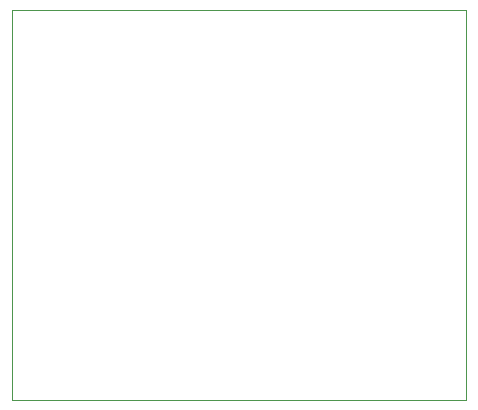
<source format=gbr>
%TF.GenerationSoftware,KiCad,Pcbnew,9.0.6-9.0.6~ubuntu24.04.1*%
%TF.CreationDate,2025-12-31T19:02:38+05:30*%
%TF.ProjectId,wled-esp01-controller,776c6564-2d65-4737-9030-312d636f6e74,rev?*%
%TF.SameCoordinates,PX5ee3fe0PY57f9f90*%
%TF.FileFunction,Profile,NP*%
%FSLAX46Y46*%
G04 Gerber Fmt 4.6, Leading zero omitted, Abs format (unit mm)*
G04 Created by KiCad (PCBNEW 9.0.6-9.0.6~ubuntu24.04.1) date 2025-12-31 19:02:38*
%MOMM*%
%LPD*%
G01*
G04 APERTURE LIST*
%TA.AperFunction,Profile*%
%ADD10C,0.050000*%
%TD*%
G04 APERTURE END LIST*
D10*
X0Y33000000D02*
X38500000Y33000000D01*
X38500000Y0D01*
X0Y0D01*
X0Y33000000D01*
M02*

</source>
